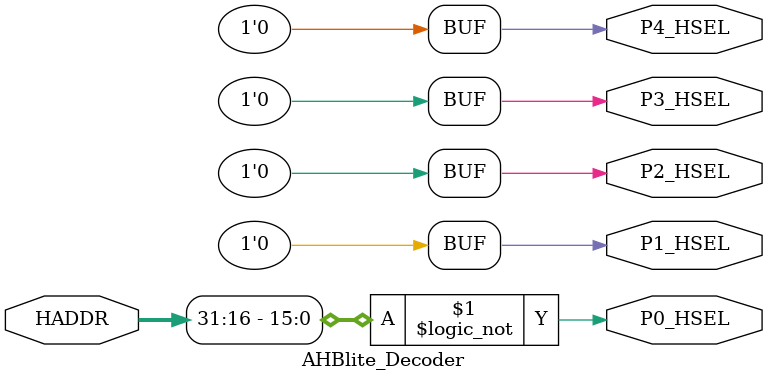
<source format=v>
module AHBlite_Decoder(	// file.cleaned.mlir:2:3
  input  [31:0] HADDR,	// file.cleaned.mlir:2:33
  output        P0_HSEL,	// file.cleaned.mlir:2:51
                P1_HSEL,	// file.cleaned.mlir:2:69
                P2_HSEL,	// file.cleaned.mlir:2:87
                P3_HSEL,	// file.cleaned.mlir:2:105
                P4_HSEL	// file.cleaned.mlir:2:123
);

  assign P0_HSEL = HADDR[31:16] == 16'h0;	// file.cleaned.mlir:4:15, :5:10, :6:10, :7:5
  assign P1_HSEL = 1'h0;	// file.cleaned.mlir:3:14, :7:5
  assign P2_HSEL = 1'h0;	// file.cleaned.mlir:3:14, :7:5
  assign P3_HSEL = 1'h0;	// file.cleaned.mlir:3:14, :7:5
  assign P4_HSEL = 1'h0;	// file.cleaned.mlir:3:14, :7:5
endmodule


</source>
